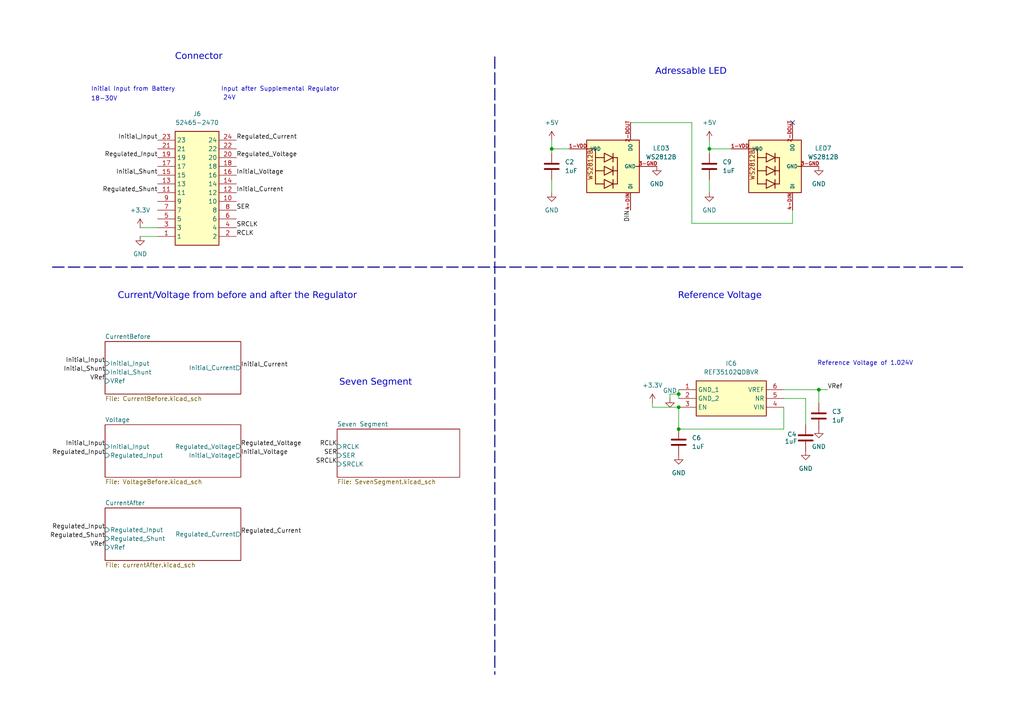
<source format=kicad_sch>
(kicad_sch (version 20250114) (generator "eeschema") (generator_version "9.0")
  (paper "A4")
  (lib_symbols
    (symbol "Device:C" (pin_numbers (hide yes)) (pin_names (offset 0.254))
      (property "Reference" "C" (at 0.635 2.54 0))
      (property "Value" "C" (at 0.635 -2.54 0))
      (symbol "C_0_1"
        (polyline (pts (xy -2.032 0.762) (xy 2.032 0.762)) (stroke (width 0.508)))
        (polyline (pts (xy -2.032 -0.762) (xy 2.032 -0.762)) (stroke (width 0.508)))
      )
      (symbol "C_1_1"
        (pin passive line (at 0 3.81 270) (length 2.794) (name "~") (number "1"))
        (pin passive line (at 0 -3.81 90) (length 2.794) (name "~") (number "2"))
      )
    )
    (symbol "REF35102QDBVR:REF35102QDBVR"
      (property "Reference" "IC" (at 26.67 7.62 0))
      (property "Value" "REF35102QDBVR" (at 26.67 5.08 0))
      (symbol "REF35102QDBVR_1_1"
        (rectangle (start 5.08 2.54) (end 25.4 -7.62) (stroke (width 0.254)) (fill (type background)))
        (pin passive line (at 0 0 0) (length 5.08) (name "GND_1") (number "1"))
        (pin passive line (at 0 -2.54 0) (length 5.08) (name "GND_2") (number "2"))
        (pin passive line (at 0 -5.08 0) (length 5.08) (name "EN") (number "3"))
        (pin passive line (at 30.48 0 180) (length 5.08) (name "VREF") (number "6"))
        (pin passive line (at 30.48 -2.54 180) (length 5.08) (name "NR") (number "5"))
        (pin passive line (at 30.48 -5.08 180) (length 5.08) (name "VIN") (number "4"))
      )
    )
    (symbol "WS2812B:WS2812B" (pin_names (offset 1.016))
      (property "Reference" "LED" (at 0 0 0))
      (property "Value" "WS2812B" (at 0 0 0))
      (symbol "WS2812B_0_0"
        (rectangle (start -7.62 -5.08) (end 7.62 10.16) (stroke (width 0.254)) (fill (type background)))
        (polyline (pts (xy -6.35 5.08) (xy -5.08 5.08)) (stroke (width 0.254)))
        (polyline (pts (xy -6.35 2.54) (xy -5.08 2.54)) (stroke (width 0.254)))
        (polyline (pts (xy -5.08 7.62) (xy -5.08 5.08)) (stroke (width 0.254)))
        (polyline (pts (xy -5.08 5.08) (xy -3.81 5.08)) (stroke (width 0.254)))
        (polyline (pts (xy -5.08 2.54) (xy -6.35 5.08)) (stroke (width 0.254)))
        (polyline (pts (xy -5.08 2.54) (xy -5.08 1.27)) (stroke (width 0.254)))
        (polyline (pts (xy -5.08 2.54) (xy -3.81 5.08)) (stroke (width 0.254)))
        (polyline (pts (xy -3.81 2.54) (xy -5.08 2.54)) (stroke (width 0.254)))
        (polyline (pts (xy -2.54 5.08) (xy 0 5.08)) (stroke (width 0.254)))
        (polyline (pts (xy -2.54 2.54) (xy -1.27 2.54)) (stroke (width 0.254)))
        (polyline (pts (xy -1.27 7.62) (xy -5.08 7.62)) (stroke (width 0.254)))
        (polyline (pts (xy -1.27 5.08) (xy -1.27 7.62)) (stroke (width 0.254)))
        (polyline (pts (xy -1.27 2.54) (xy -2.54 5.08)) (stroke (width 0.254)))
        (polyline (pts (xy -1.27 2.54) (xy -1.27 1.27)) (stroke (width 0.254)))
        (polyline (pts (xy -1.27 2.54) (xy 0 2.54)) (stroke (width 0.254)))
        (polyline (pts (xy -1.27 1.27) (xy -5.08 1.27)) (stroke (width 0.254)))
        (polyline (pts (xy 0 5.08) (xy -1.27 2.54)) (stroke (width 0.254)))
        (polyline (pts (xy 0 -4.064) (xy 0 -5.08)) (stroke (width 0.254)))
        (polyline (pts (xy 1.27 5.08) (xy 2.54 5.08)) (stroke (width 0.254)))
        (polyline (pts (xy 1.27 5.08) (xy 2.54 2.54)) (stroke (width 0.254)))
        (polyline (pts (xy 2.54 7.62) (xy -1.27 7.62)) (stroke (width 0.254)))
        (polyline (pts (xy 2.54 7.62) (xy 5.08 7.62)) (stroke (width 0.254)))
        (polyline (pts (xy 2.54 5.08) (xy 2.54 7.62)) (stroke (width 0.254)))
        (polyline (pts (xy 2.54 2.54) (xy 1.27 2.54)) (stroke (width 0.254)))
        (polyline (pts (xy 2.54 2.54) (xy 2.54 1.27)) (stroke (width 0.254)))
        (polyline (pts (xy 2.54 2.54) (xy 3.81 5.08)) (stroke (width 0.254)))
        (polyline (pts (xy 2.54 2.54) (xy 3.81 2.54)) (stroke (width 0.254)))
        (polyline (pts (xy 2.54 1.27) (xy -1.27 1.27)) (stroke (width 0.254)))
        (polyline (pts (xy 3.81 5.08) (xy 2.54 5.08)) (stroke (width 0.254)))
        (polyline (pts (xy 5.08 10.16) (xy 5.08 7.62)) (stroke (width 0.254)))
        (text "WS2812B" (at -4.064 8.382 0) (effects (font (size 1.27 1.27)) (justify left bottom)))
        (pin input line (at -12.7 -2.54 0) (length 5.08) (name "DI") (number "4-DIN"))
        (pin power_in line (at 0 -10.16 90) (length 5.08) (name "GND") (number "3-GND"))
        (pin power_in line (at 5.08 15.24 270) (length 5.08) (name "VDD") (number "1-VDD"))
        (pin output line (at 12.7 -2.54 180) (length 5.08) (name "DO") (number "2-DOUT"))
      )
    )
    (symbol "power:+3.3V" (power) (pin_numbers (hide yes)) (pin_names (offset 0) (hide yes))
      (property "Value" "+3.3V" (at 0 3.556 0))
      (symbol "+3.3V_0_1"
        (polyline (pts (xy -0.762 1.27) (xy 0 2.54)))
        (polyline (pts (xy 0 2.54) (xy 0.762 1.27)))
        (polyline (pts (xy 0 0) (xy 0 2.54)))
      )
      (symbol "+3.3V_1_1"
        (pin power_in line (at 0 0 90) (length 0) (name "~") (number "1"))
      )
    )
    (symbol "power:+5V" (power) (pin_numbers (hide yes)) (pin_names (offset 0) (hide yes))
      (property "Value" "+5V" (at 0 3.556 0))
      (symbol "+5V_0_1"
        (polyline (pts (xy -0.762 1.27) (xy 0 2.54)))
        (polyline (pts (xy 0 2.54) (xy 0.762 1.27)))
        (polyline (pts (xy 0 0) (xy 0 2.54)))
      )
      (symbol "+5V_1_1"
        (pin power_in line (at 0 0 90) (length 0) (name "~") (number "1"))
      )
    )
    (symbol "power:GND" (power) (pin_numbers (hide yes)) (pin_names (offset 0) (hide yes))
      (property "Value" "GND" (at 0 -3.81 0))
      (symbol "GND_0_1"
        (polyline (pts (xy 0 0) (xy 0 -1.27) (xy 1.27 -1.27) (xy 0 -2.54) (xy -1.27 -1.27) (xy 0 -1.27)))
      )
      (symbol "GND_1_1"
        (pin power_in line (at 0 0 270) (length 0) (name "~") (number "1"))
      )
    )
    (symbol "utsvt_connectors:52465-2470"
      (property "Reference" "J" (at 10.16 7.366 0))
      (property "Value" "52465-2470" (at 5.334 4.826 0))
      (symbol "52465-2470_1_1"
        (rectangle (start 5.08 2.54) (end 17.78 -30.48) (stroke (width 0.254)) (fill (type background)))
        (pin passive line (at 0 0 0) (length 5.08) (name "23") (number "23"))
        (pin passive line (at 0 -2.54 0) (length 5.08) (name "21") (number "21"))
        (pin passive line (at 0 -5.08 0) (length 5.08) (name "19") (number "19"))
        (pin passive line (at 0 -7.62 0) (length 5.08) (name "17") (number "17"))
        (pin passive line (at 0 -10.16 0) (length 5.08) (name "15") (number "15"))
        (pin passive line (at 0 -12.7 0) (length 5.08) (name "13") (number "13"))
        (pin passive line (at 0 -15.24 0) (length 5.08) (name "11") (number "11"))
        (pin passive line (at 0 -17.78 0) (length 5.08) (name "9") (number "9"))
        (pin passive line (at 0 -20.32 0) (length 5.08) (name "7") (number "7"))
        (pin passive line (at 0 -22.86 0) (length 5.08) (name "5") (number "5"))
        (pin passive line (at 0 -25.4 0) (length 5.08) (name "3") (number "3"))
        (pin passive line (at 0 -27.94 0) (length 5.08) (name "1") (number "1"))
        (pin passive line (at 22.86 0 180) (length 5.08) (name "24") (number "24"))
        (pin passive line (at 22.86 -2.54 180) (length 5.08) (name "22") (number "22"))
        (pin passive line (at 22.86 -5.08 180) (length 5.08) (name "20") (number "20"))
        (pin passive line (at 22.86 -7.62 180) (length 5.08) (name "18") (number "18"))
        (pin passive line (at 22.86 -10.16 180) (length 5.08) (name "16") (number "16"))
        (pin passive line (at 22.86 -12.7 180) (length 5.08) (name "14") (number "14"))
        (pin passive line (at 22.86 -15.24 180) (length 5.08) (name "12") (number "12"))
        (pin passive line (at 22.86 -17.78 180) (length 5.08) (name "10") (number "10"))
        (pin passive line (at 22.86 -20.32 180) (length 5.08) (name "8") (number "8"))
        (pin passive line (at 22.86 -22.86 180) (length 5.08) (name "6") (number "6"))
        (pin passive line (at 22.86 -25.4 180) (length 5.08) (name "4") (number "4"))
        (pin passive line (at 22.86 -27.94 180) (length 5.08) (name "2") (number "2"))
      )
    )
  )
  (text "Reference Voltage" (at 208.788 86.36 0) (effects (font (size 1.905 1.905))))
  (text "18-30V" (at 30.226 28.702 0) (effects (font (size 1.27 1.27))))
  (text "Input after Supplemental Regulator\n" (at 81.28 25.908 0) (effects (font (size 1.27 1.27))))
  (text "24V\n" (at 66.548 28.448 0) (effects (font (size 1.27 1.27))))
  (text "Seven Segment" (at 108.966 111.506 0) (effects (font (size 1.905 1.905))))
  (text "Current/Voltage from before and after the Regulator" (at 68.834 86.36 0) (effects (font (size 1.905 1.905))))
  (text "Adressable LED" (at 200.406 21.336 0) (effects (font (size 1.905 1.905))))
  (text "Connector" (at 57.658 17.018 0) (effects (font (size 1.905 1.905))))
  (text "Initial Input from Battery\n" (at 38.608 25.908 0) (effects (font (size 1.27 1.27))))
  (text "Reference Voltage of 1.024V" (at 250.952 105.41 0) (effects (font (size 1.27 1.27))))
  (junction (at 196.85 124.46))
  (junction (at 196.85 114.3))
  (junction (at 237.49 113.03))
  (junction (at 196.85 118.11))
  (junction (at 160.02 43.18))
  (junction (at 205.74 43.18))
  (no_connect (at 229.87 35.56))
  (wire (pts (xy 182.88 35.56) (xy 200.66 35.56)))
  (wire (pts (xy 196.85 114.3) (xy 196.85 115.57)))
  (bus (pts (xy 15.24 77.47) (xy 279.4 77.47)) (stroke (width 0) (type dash)))
  (wire (pts (xy 189.23 118.11) (xy 196.85 118.11)))
  (wire (pts (xy 227.33 113.03) (xy 237.49 113.03)))
  (wire (pts (xy 160.02 55.88) (xy 160.02 52.07)))
  (wire (pts (xy 205.74 43.18) (xy 212.09 43.18)))
  (wire (pts (xy 196.85 124.46) (xy 196.85 118.11)))
  (wire (pts (xy 205.74 43.18) (xy 205.74 44.45)))
  (bus (pts (xy 143.51 16.51) (xy 143.51 195.58)) (stroke (width 0) (type dash)))
  (wire (pts (xy 205.74 40.64) (xy 205.74 43.18)))
  (wire (pts (xy 196.85 113.03) (xy 196.85 114.3)))
  (wire (pts (xy 196.85 114.3) (xy 194.31 114.3)))
  (wire (pts (xy 229.87 64.77) (xy 229.87 60.96)))
  (wire (pts (xy 227.33 124.46) (xy 196.85 124.46)))
  (wire (pts (xy 205.74 55.88) (xy 205.74 52.07)))
  (wire (pts (xy 189.23 116.84) (xy 189.23 118.11)))
  (wire (pts (xy 237.49 113.03) (xy 240.03 113.03)))
  (wire (pts (xy 200.66 64.77) (xy 229.87 64.77)))
  (wire (pts (xy 194.31 114.3) (xy 194.31 115.57)))
  (wire (pts (xy 233.68 115.57) (xy 227.33 115.57)))
  (wire (pts (xy 227.33 118.11) (xy 227.33 124.46)))
  (wire (pts (xy 40.64 66.04) (xy 45.72 66.04)))
  (wire (pts (xy 200.66 35.56) (xy 200.66 64.77)))
  (wire (pts (xy 40.64 68.58) (xy 45.72 68.58)))
  (wire (pts (xy 237.49 113.03) (xy 237.49 116.84)))
  (wire (pts (xy 160.02 40.64) (xy 160.02 43.18)))
  (wire (pts (xy 233.68 123.19) (xy 233.68 115.57)))
  (wire (pts (xy 160.02 43.18) (xy 165.1 43.18)))
  (wire (pts (xy 160.02 43.18) (xy 160.02 44.45)))
  (label "Initial_Input" (at 30.48 129.54 180))
  (label "RCLK" (at 97.79 129.54 180))
  (label "Initial_Voltage" (at 69.85 132.08 0))
  (label "Initial_Voltage" (at 68.58 50.8 0))
  (label "SER" (at 68.58 60.96 0))
  (label "VRef" (at 240.03 113.03 0))
  (label "DIN" (at 182.88 60.96 270))
  (label "Regulated_Input" (at 30.48 153.67 180))
  (label "Regulated_Current" (at 69.85 154.94 0))
  (label "SRCLK" (at 97.79 134.62 180))
  (label "Regulated_Voltage" (at 69.85 129.54 0))
  (label "Regulated_Input" (at 45.72 45.72 180))
  (label "Regulated_Shunt" (at 45.72 55.88 180))
  (label "SRCLK" (at 68.58 66.04 0))
  (label "Regulated_Shunt" (at 30.48 156.21 180))
  (label "Initial_Current" (at 68.58 55.88 0))
  (label "SER" (at 97.79 132.08 180))
  (label "Regulated_Voltage" (at 68.58 45.72 0))
  (label "Regulated_Current" (at 68.58 40.64 0))
  (label "Regulated_Input" (at 30.48 132.08 180))
  (label "Initial_Current" (at 69.85 106.68 0))
  (label "VRef" (at 30.48 110.49 180))
  (label "Initial_Input" (at 45.72 40.64 180))
  (label "Initial_Shunt" (at 45.72 50.8 180))
  (label "Initial_Shunt" (at 30.48 107.95 180))
  (label "Initial_Input" (at 30.48 105.41 180))
  (label "VRef" (at 30.48 158.75 180))
  (label "RCLK" (at 68.58 68.58 0))
  (symbol (lib_id "Device:C") (at 160.02 48.26 0) (unit 1)
    (property "Reference" "C2" (at 163.83 46.9899 0) (effects (justify left)))
    (property "Value" "1uF" (at 163.83 49.5299 0) (effects (justify left)))
    (property "Footprint" "Capacitor_SMD:C_0603_1608Metric_Pad1.08x0.95mm_HandSolder" (effects (hide yes)))
    (property "Description" "Unpolarized capacitor" (effects (hide yes)))
  )
  (symbol (lib_id "power:GND") (at 237.49 48.26 0) (unit 1)
    (property "Reference" "#PWR044" (effects (hide yes)))
    (property "Value" "GND" (at 237.49 53.34 0))
    (property "Description" "Power symbol creates a global label with name \"GND\" , ground" (effects (hide yes)))
  )
  (symbol (lib_id "power:+5V") (at 160.02 40.64 0) (unit 1)
    (property "Reference" "#PWR03" (effects (hide yes)))
    (property "Value" "+5V" (at 160.02 35.56 0))
    (property "Description" "Power symbol creates a global label with name \"+5V\"" (effects (hide yes)))
  )
  (symbol (lib_id "Device:C") (at 205.74 48.26 0) (unit 1)
    (property "Reference" "C9" (at 209.55 46.9899 0) (effects (justify left)))
    (property "Value" "1uF" (at 209.55 49.5299 0) (effects (justify left)))
    (property "Footprint" "Capacitor_SMD:C_0603_1608Metric_Pad1.08x0.95mm_HandSolder" (effects (hide yes)))
    (property "Description" "Unpolarized capacitor" (effects (hide yes)))
  )
  (symbol (lib_id "WS2812B:WS2812B") (at 227.33 48.26 90) (unit 1)
    (property "Reference" "LED7" (at 238.76 42.9893 90))
    (property "Value" "WS2812B" (at 238.76 45.5293 90))
    (property "Footprint" "WS2812B:WS2812B" (effects (hide yes)))
    (property "MF" "Adafruit Industries" (effects (hide yes)))
    (property "Description_1" "Addressable Lighting series 50 LED Discrete Serial (Shift Register) Red, Green, Blue (RGB) 9.10mm L x 9.10mm W" (effects (hide yes)))
    (property "Package" "None" (effects (hide yes)))
    (property "Price" "None" (effects (hide yes)))
    (property "SnapEDA_Link" "https://www.snapeda.com/parts/WS2812B/Adafruit+Industries/view-part/?ref=snap" (effects (hide yes)))
    (property "MP" "WS2812B" (effects (hide yes)))
    (property "Availability" "Not in stock" (effects (hide yes)))
    (property "Check_prices" "https://www.snapeda.com/parts/WS2812B/Adafruit+Industries/view-part/?ref=eda" (effects (hide yes)))
  )
  (symbol (lib_id "power:+3.3V") (at 189.23 116.84 0) (unit 1)
    (property "Reference" "#PWR01" (effects (hide yes)))
    (property "Value" "+3.3V" (at 189.23 111.76 0))
    (property "Description" "Power symbol creates a global label with name \"+3.3V\"" (effects (hide yes)))
  )
  (symbol (lib_id "power:+3.3V") (at 40.64 66.04 0) (unit 1)
    (property "Reference" "#PWR02" (effects (hide yes)))
    (property "Value" "+3.3V" (at 40.64 60.96 0))
    (property "Description" "Power symbol creates a global label with name \"+3.3V\"" (effects (hide yes)))
  )
  (symbol (lib_id "Device:C") (at 196.85 128.27 0) (unit 1)
    (property "Reference" "C6" (at 200.66 126.9999 0) (effects (justify left)))
    (property "Value" "1uF" (at 200.66 129.5399 0) (effects (justify left)))
    (property "Footprint" "Capacitor_SMD:C_0603_1608Metric_Pad1.08x0.95mm_HandSolder" (effects (hide yes)))
    (property "Description" "Unpolarized capacitor" (effects (hide yes)))
  )
  (symbol (lib_id "utsvt_connectors:52465-2470") (at 45.72 40.64 0) (unit 1)
    (property "Reference" "J6" (at 57.15 33.02 0))
    (property "Value" "52465-2470" (at 57.15 35.56 0))
    (property "Footprint" "UTSVT_Connectors:524652470" (effects (hide yes)))
    (property "Datasheet" "https://www.molex.com/pdm_docs/sd/524652470_sd.pdf" (effects (hide yes)))
    (property "Description" "24 pin board-board connector" (effects (hide yes)))
    (property "Height" "3.55" (effects (hide yes)))
    (property "Mouser Part Number" "538-52465-2470" (effects (hide yes)))
    (property "Mouser Price/Stock" "https://www.mouser.co.uk/ProductDetail/Molex/52465-2470?qs=sEN%2FkO1EG6Yhu4DkZwbE7Q%3D%3D" (effects (hide yes)))
    (property "Manufacturer_Name" "Molex" (effects (hide yes)))
    (property "P/N" "52465-2470" (effects (hide yes)))
  )
  (symbol (lib_id "power:GND") (at 237.49 124.46 0) (unit 1)
    (property "Reference" "#PWR054" (effects (hide yes)))
    (property "Value" "GND" (at 237.49 129.54 0))
    (property "Description" "Power symbol creates a global label with name \"GND\" , ground" (effects (hide yes)))
  )
  (symbol (lib_id "power:GND") (at 196.85 132.08 0) (unit 1)
    (property "Reference" "#PWR052" (effects (hide yes)))
    (property "Value" "GND" (at 196.85 137.16 0))
    (property "Description" "Power symbol creates a global label with name \"GND\" , ground" (effects (hide yes)))
  )
  (symbol (lib_id "Device:C") (at 233.68 127 0) (unit 1)
    (property "Reference" "C4" (at 228.346 125.984 0) (effects (justify left)))
    (property "Value" "1uF" (at 227.584 128.016 0) (effects (justify left)))
    (property "Footprint" "Capacitor_SMD:C_0603_1608Metric_Pad1.08x0.95mm_HandSolder" (effects (hide yes)))
    (property "Description" "Unpolarized capacitor" (effects (hide yes)))
  )
  (symbol (lib_id "power:GND") (at 40.64 68.58 0) (unit 1)
    (property "Reference" "#PWR035" (effects (hide yes)))
    (property "Value" "GND" (at 40.64 73.66 0))
    (property "Description" "Power symbol creates a global label with name \"GND\" , ground" (effects (hide yes)))
  )
  (symbol (lib_id "power:GND") (at 160.02 55.88 0) (unit 1)
    (property "Reference" "#PWR05" (effects (hide yes)))
    (property "Value" "GND" (at 160.02 60.96 0))
    (property "Description" "Power symbol creates a global label with name \"GND\" , ground" (effects (hide yes)))
  )
  (symbol (lib_id "power:GND") (at 205.74 55.88 0) (unit 1)
    (property "Reference" "#PWR043" (effects (hide yes)))
    (property "Value" "GND" (at 205.74 60.96 0))
    (property "Description" "Power symbol creates a global label with name \"GND\" , ground" (effects (hide yes)))
  )
  (symbol (lib_id "power:+5V") (at 205.74 40.64 0) (unit 1)
    (property "Reference" "#PWR042" (effects (hide yes)))
    (property "Value" "+5V" (at 205.74 35.56 0))
    (property "Description" "Power symbol creates a global label with name \"+5V\"" (effects (hide yes)))
  )
  (symbol (lib_id "REF35102QDBVR:REF35102QDBVR") (at 196.85 113.03 0) (unit 1)
    (property "Reference" "IC6" (at 212.09 105.41 0))
    (property "Value" "REF35102QDBVR" (at 212.09 107.95 0))
    (property "Footprint" "SOT95P280X145-6N" (effects (hide yes)))
    (property "Datasheet" "https://www.ti.com/lit/ds/symlink/ref35.pdf" (effects (hide yes)))
    (property "Description" "Voltage References 650-nA quiescent current, 12-ppm/C drift, ultra-low-power precision voltage reference" (effects (hide yes)))
    (property "Height" "1.45" (effects (hide yes)))
    (property "Mouser Part Number" "595-REF35102QDBVR" (effects (hide yes)))
    (property "Mouser Price/Stock" "https://www.mouser.co.uk/ProductDetail/Texas-Instruments/REF35102QDBVR?qs=rQFj71Wb1eWXaO82zju2Vg%3D%3D" (effects (hide yes)))
    (property "Manufacturer_Name" "Texas Instruments" (effects (hide yes)))
    (property "Manufacturer_Part_Number" "REF35102QDBVR" (effects (hide yes)))
  )
  (symbol (lib_id "power:GND") (at 233.68 130.81 0) (unit 1)
    (property "Reference" "#PWR053" (effects (hide yes)))
    (property "Value" "GND" (at 233.68 135.89 0))
    (property "Description" "Power symbol creates a global label with name \"GND\" , ground" (effects (hide yes)))
  )
  (symbol (lib_id "WS2812B:WS2812B") (at 180.34 48.26 90) (unit 1)
    (property "Reference" "LED3" (at 191.77 42.9893 90))
    (property "Value" "WS2812B" (at 191.77 45.5293 90))
    (property "Footprint" "WS2812B:WS2812B" (effects (hide yes)))
    (property "MF" "Adafruit Industries" (effects (hide yes)))
    (property "Description_1" "Addressable Lighting series 50 LED Discrete Serial (Shift Register) Red, Green, Blue (RGB) 9.10mm L x 9.10mm W" (effects (hide yes)))
    (property "Package" "None" (effects (hide yes)))
    (property "Price" "None" (effects (hide yes)))
    (property "SnapEDA_Link" "https://www.snapeda.com/parts/WS2812B/Adafruit+Industries/view-part/?ref=snap" (effects (hide yes)))
    (property "MP" "WS2812B" (effects (hide yes)))
    (property "Availability" "Not in stock" (effects (hide yes)))
    (property "Check_prices" "https://www.snapeda.com/parts/WS2812B/Adafruit+Industries/view-part/?ref=eda" (effects (hide yes)))
  )
  (symbol (lib_id "Device:C") (at 237.49 120.65 0) (unit 1)
    (property "Reference" "C3" (at 241.3 119.3799 0) (effects (justify left)))
    (property "Value" "1uF" (at 241.3 121.9199 0) (effects (justify left)))
    (property "Footprint" "Capacitor_SMD:C_0603_1608Metric_Pad1.08x0.95mm_HandSolder" (effects (hide yes)))
    (property "Description" "Unpolarized capacitor" (effects (hide yes)))
  )
  (symbol (lib_id "power:GND") (at 194.31 115.57 0) (unit 1)
    (property "Reference" "#PWR019" (effects (hide yes)))
    (property "Value" "GND" (at 194.31 113.284 0))
    (property "Description" "Power symbol creates a global label with name \"GND\" , ground" (effects (hide yes)))
  )
  (symbol (lib_id "power:GND") (at 190.5 48.26 0) (unit 1)
    (property "Reference" "#PWR014" (effects (hide yes)))
    (property "Value" "GND" (at 190.5 53.34 0))
    (property "Description" "Power symbol creates a global label with name \"GND\" , ground" (effects (hide yes)))
  )
  (sheet (at 30.48 99.06) (size 39.37 15.24) (stroke (width 0.1524))
    (property "Sheetname" "CurrentBefore" (at 30.48 98.3484 0) (effects (justify left bottom)))
    (property "Sheetfile" "CurrentBefore.kicad_sch" (at 30.48 114.8846 0) (effects (justify left top)))
    (pin "Initial_Input" input (at 30.48 105.41 180))
    (pin "Initial_Shunt" input (at 30.48 107.95 180))
    (pin "VRef" input (at 30.48 110.49 180))
    (pin "Initial_Current" output (at 69.85 106.68 0))
  )
  (sheet (at 97.79 124.46) (size 35.56 13.97) (stroke (width 0.1524))
    (property "Sheetname" "Seven Segment" (at 97.79 123.7484 0) (effects (justify left bottom)))
    (property "Sheetfile" "SevenSegment.kicad_sch" (at 97.79 139.0146 0) (effects (justify left top)))
    (pin "RCLK" input (at 97.79 129.54 180))
    (pin "SER" input (at 97.79 132.08 180))
    (pin "SRCLK" input (at 97.79 134.62 180))
  )
  (sheet (at 30.48 123.19) (size 39.37 15.24) (stroke (width 0.1524))
    (property "Sheetname" "Voltage" (at 30.48 122.4784 0) (effects (justify left bottom)))
    (property "Sheetfile" "VoltageBefore.kicad_sch" (at 30.48 139.0146 0) (effects (justify left top)))
    (pin "Initial_Input" input (at 30.48 129.54 180))
    (pin "Regulated_Input" input (at 30.48 132.08 180))
    (pin "Regulated_Voltage" output (at 69.85 129.54 0))
    (pin "Initial_Voltage" output (at 69.85 132.08 0))
  )
  (sheet (at 30.48 147.32) (size 39.37 15.24) (stroke (width 0.1524))
    (property "Sheetname" "CurrentAfter" (at 30.48 146.6084 0) (effects (justify left bottom)))
    (property "Sheetfile" "currentAfter.kicad_sch" (at 30.48 163.1446 0) (effects (justify left top)))
    (pin "Regulated_Shunt" input (at 30.48 156.21 180))
    (pin "Regulated_Input" input (at 30.48 153.67 180))
    (pin "Regulated_Current" output (at 69.85 154.94 0))
    (pin "VRef" input (at 30.48 158.75 180))
  )
)
</source>
